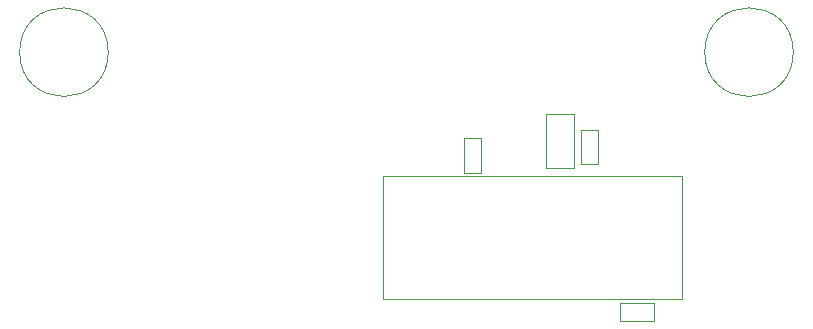
<source format=gbr>
G04 #@! TF.FileFunction,Other,User*
%FSLAX46Y46*%
G04 Gerber Fmt 4.6, Leading zero omitted, Abs format (unit mm)*
G04 Created by KiCad (PCBNEW 4.0.6-e0-6349~53~ubuntu16.04.1) date Sat Mar 25 19:46:27 2017*
%MOMM*%
%LPD*%
G01*
G04 APERTURE LIST*
%ADD10C,0.100000*%
%ADD11C,0.050000*%
G04 APERTURE END LIST*
D10*
D11*
X137350000Y-113700000D02*
X137350000Y-110800000D01*
X138850000Y-113700000D02*
X138850000Y-110800000D01*
X137350000Y-113700000D02*
X138850000Y-113700000D01*
X137350000Y-110800000D02*
X138850000Y-110800000D01*
X147250000Y-112950000D02*
X147250000Y-110050000D01*
X148750000Y-112950000D02*
X148750000Y-110050000D01*
X147250000Y-112950000D02*
X148750000Y-112950000D01*
X147250000Y-110050000D02*
X148750000Y-110050000D01*
X107250000Y-103500000D02*
G75*
G03X107250000Y-103500000I-3750000J0D01*
G01*
X165250000Y-103500000D02*
G75*
G03X165250000Y-103500000I-3750000J0D01*
G01*
X130550000Y-124400000D02*
X155800000Y-124400000D01*
X130550000Y-114000000D02*
X155800000Y-114000000D01*
X130550000Y-124400000D02*
X130550000Y-114000000D01*
X155800000Y-124400000D02*
X155800000Y-114000000D01*
X153450000Y-126250000D02*
X150550000Y-126250000D01*
X153450000Y-124750000D02*
X150550000Y-124750000D01*
X153450000Y-126250000D02*
X153450000Y-124750000D01*
X150550000Y-126250000D02*
X150550000Y-124750000D01*
X144350000Y-113300000D02*
X144350000Y-108700000D01*
X146650000Y-113300000D02*
X146650000Y-108700000D01*
X144350000Y-113300000D02*
X146650000Y-113300000D01*
X144350000Y-108700000D02*
X146650000Y-108700000D01*
M02*

</source>
